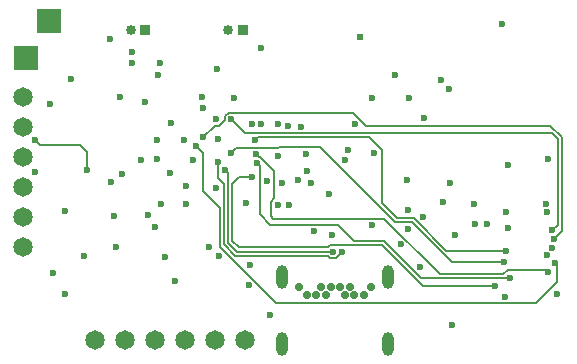
<source format=gbr>
%TF.GenerationSoftware,KiCad,Pcbnew,8.0.8*%
%TF.CreationDate,2025-02-18T00:29:27-08:00*%
%TF.ProjectId,OuterBoard_rev3.1,4f757465-7242-46f6-9172-645f72657633,rev?*%
%TF.SameCoordinates,Original*%
%TF.FileFunction,Copper,L4,Inr*%
%TF.FilePolarity,Positive*%
%FSLAX46Y46*%
G04 Gerber Fmt 4.6, Leading zero omitted, Abs format (unit mm)*
G04 Created by KiCad (PCBNEW 8.0.8) date 2025-02-18 00:29:27*
%MOMM*%
%LPD*%
G01*
G04 APERTURE LIST*
%TA.AperFunction,ComponentPad*%
%ADD10C,1.650000*%
%TD*%
%TA.AperFunction,ComponentPad*%
%ADD11C,0.700000*%
%TD*%
%TA.AperFunction,ComponentPad*%
%ADD12O,1.000000X2.000000*%
%TD*%
%TA.AperFunction,ComponentPad*%
%ADD13R,2.000000X2.000000*%
%TD*%
%TA.AperFunction,ComponentPad*%
%ADD14R,0.850000X0.850000*%
%TD*%
%TA.AperFunction,ComponentPad*%
%ADD15C,0.850000*%
%TD*%
%TA.AperFunction,ViaPad*%
%ADD16C,0.600000*%
%TD*%
%TA.AperFunction,ViaPad*%
%ADD17C,0.609600*%
%TD*%
%TA.AperFunction,Conductor*%
%ADD18C,0.200000*%
%TD*%
G04 APERTURE END LIST*
D10*
%TO.N,GPIO45*%
%TO.C,J2*%
X115620800Y-104013000D03*
%TO.N,GPIO46*%
X118160800Y-104013000D03*
%TO.N,IO21{slash}USER_LED*%
X120700800Y-104013000D03*
%TO.N,D10{slash}A10{slash}MOSI*%
X123240800Y-104013000D03*
%TO.N,D9{slash}A9{slash}MISO*%
X125780800Y-104013000D03*
%TO.N,D8{slash}A8{slash}SCK*%
X128320800Y-104013000D03*
%TD*%
D11*
%TO.N,GND*%
%TO.C,J42*%
X138978400Y-99503000D03*
%TO.N,unconnected-(J42-SSTXP2-PadB2)*%
X138328400Y-100203000D03*
%TO.N,unconnected-(J42-SSTXN2-PadB3)*%
X137528400Y-100203000D03*
%TO.N,+5V*%
X137128400Y-99503000D03*
%TO.N,Net-(J42-CC2)*%
X136728400Y-100203000D03*
%TO.N,USB_DP*%
X136328400Y-99503000D03*
%TO.N,USB_DN*%
X135528400Y-99503000D03*
%TO.N,unconnected-(J42-SBU2-PadB8)*%
X135128400Y-100203000D03*
%TO.N,+5V*%
X134728400Y-99503000D03*
%TO.N,unconnected-(J42-SSRXN1-PadB10)*%
X134328400Y-100203000D03*
%TO.N,unconnected-(J42-SSRXP1-PadB11)*%
X133528400Y-100203000D03*
%TO.N,GND*%
X132878400Y-99503000D03*
D12*
X131428400Y-98703000D03*
X140428400Y-98703000D03*
X131428400Y-104303000D03*
X140428400Y-104303000D03*
%TD*%
D13*
%TO.N,Net-(D1-K)*%
%TO.C,TP1*%
X109728000Y-80137000D03*
%TD*%
D14*
%TO.N,+BATT1*%
%TO.C,J3*%
X119837200Y-77800200D03*
D15*
%TO.N,GNDPWR*%
X118587200Y-77800200D03*
%TD*%
D14*
%TO.N,+BATT2*%
%TO.C,J4*%
X128117600Y-77749400D03*
D15*
%TO.N,GNDPWR*%
X126867600Y-77749400D03*
%TD*%
D13*
%TO.N,Net-(D2-K)*%
%TO.C,TP2*%
X111683800Y-76962000D03*
%TD*%
D10*
%TO.N,GNDPWR*%
%TO.C,J1*%
X109524800Y-96113600D03*
%TO.N,VDC*%
X109524800Y-93573600D03*
%TO.N,D1{slash}A1*%
X109524800Y-91033600D03*
%TO.N,GNDPWR*%
X109524800Y-88493600D03*
%TO.N,VDC*%
X109524800Y-85953600D03*
%TO.N,D0{slash}A0*%
X109524800Y-83413600D03*
%TD*%
D16*
%TO.N,GND*%
X147726400Y-94157800D03*
X114935000Y-89611200D03*
X121132600Y-92504600D03*
X142111489Y-93007223D03*
X121488200Y-97002600D03*
X145669000Y-90678000D03*
X154263252Y-96239441D03*
X123910000Y-88790000D03*
X120802400Y-88646600D03*
X110540800Y-87096600D03*
X150320000Y-100336400D03*
X145084800Y-92284600D03*
X150571200Y-89230200D03*
X113030000Y-93116400D03*
X128730000Y-97690000D03*
X142028800Y-90476900D03*
X147650200Y-92456000D03*
D17*
X137980000Y-78380000D03*
D16*
X117889684Y-89981291D03*
X123266200Y-92532200D03*
X131069477Y-88457575D03*
X111749000Y-84037600D03*
X139238800Y-88206400D03*
X122047000Y-85648800D03*
X128652394Y-99384806D03*
X114681000Y-96926400D03*
X125196600Y-96164400D03*
X122351800Y-99034600D03*
X135661400Y-95097600D03*
X139065000Y-83540600D03*
X117201071Y-93477539D03*
X145770600Y-102743000D03*
X121943122Y-89829707D03*
X142189200Y-83540600D03*
X150012400Y-77241400D03*
%TO.N,VCC*%
X120954800Y-81538800D03*
%TO.N,+2V8*%
X143408400Y-85242400D03*
X141452600Y-95885000D03*
%TO.N,VDC*%
X117396700Y-96139000D03*
X113004600Y-100152200D03*
X121107200Y-80568800D03*
X118688700Y-79618800D03*
%TO.N,Net-(D7-K)*%
X154686000Y-100101400D03*
%TO.N,+3.3V*%
X140944600Y-81584800D03*
X123266200Y-90954600D03*
X126100000Y-96920000D03*
X120802400Y-87096600D03*
X146098900Y-95123000D03*
X111988600Y-98348800D03*
X144909600Y-81965800D03*
X142087600Y-94589600D03*
X119483800Y-88793400D03*
X123153000Y-87031400D03*
X133527800Y-89662000D03*
X110515400Y-89814400D03*
X143078200Y-97866200D03*
%TO.N,+1V8*%
X153847800Y-93192600D03*
X120700800Y-94411800D03*
%TO.N,Net-(C38-Pad1)*%
X133444702Y-88239600D03*
%TO.N,+5V*%
X130429000Y-101879400D03*
%TO.N,IO21{slash}USER_LED*%
X125830000Y-85308799D03*
%TO.N,Net-(FB1-Pad2)*%
X153949400Y-88722200D03*
%TO.N,USB_DP*%
X135712200Y-96520000D03*
X126586400Y-89603665D03*
%TO.N,USB_DN*%
X136525000Y-96570800D03*
X125984000Y-88900000D03*
%TO.N,MTCK{slash}IO39{slash}CAM_SCL*%
X139013899Y-94285101D03*
X143370000Y-93550000D03*
%TO.N,IO38{slash}DVP_VSYNC*%
X133858000Y-90728800D03*
X153725086Y-92450272D03*
%TO.N,Net-(J10-Pad8)*%
X148742400Y-94183200D03*
%TO.N,IO47{slash}DVP_HREF*%
X131987500Y-92597090D03*
X150342600Y-93141800D03*
%TO.N,IO48{slash}DVP_Y9*%
X131054076Y-92574211D03*
X150520400Y-94564200D03*
%TO.N,IO10{slash}XMCLK*%
X127127615Y-85308799D03*
X154300000Y-94700000D03*
%TO.N,IO11{slash}DVP_Y8*%
X124715600Y-86848296D03*
X154440000Y-95490000D03*
%TO.N,IO12{slash}DVP_Y7*%
X153810000Y-96840000D03*
X125984000Y-87020400D03*
%TO.N,IO13{slash}DVP_PCLK*%
X129164567Y-87102167D03*
X150418800Y-96443800D03*
%TO.N,IO14{slash}DVP_Y6*%
X154514600Y-97455000D03*
X124160450Y-87606201D03*
%TO.N,IO15{slash}DVP_Y2*%
X127076200Y-88206000D03*
X150215600Y-97434400D03*
%TO.N,IO16{slash}DVP_Y5*%
X153970000Y-98240000D03*
X129235200Y-88288500D03*
%TO.N,IO17{slash}DVP_Y3*%
X129330301Y-89044545D03*
X150710000Y-98792400D03*
%TO.N,IO18{slash}DVP_Y4*%
X149450000Y-99441000D03*
X128839742Y-90170878D03*
%TO.N,CHIP_EN*%
X133030300Y-85939200D03*
X137591800Y-85725000D03*
%TO.N,BNO_INT*%
X120091200Y-93421200D03*
X125933200Y-81049800D03*
%TO.N,D1{slash}A1*%
X131108400Y-85750400D03*
%TO.N,D0{slash}A0*%
X129592400Y-79324200D03*
%TO.N,GPIO0*%
X131953000Y-85928200D03*
X145592800Y-82753200D03*
%TO.N,BNO_RST*%
X116967000Y-90601800D03*
X124661600Y-83439000D03*
%TO.N,D8{slash}A8{slash}SCK*%
X129641600Y-85750400D03*
%TO.N,D9{slash}A9{slash}MISO*%
X128843704Y-85733896D03*
%TO.N,D10{slash}A10{slash}MOSI*%
X124714000Y-84404200D03*
%TO.N,VDD_SPI*%
X125830000Y-91135200D03*
%TO.N,SPIHD*%
X128357314Y-92410849D03*
%TO.N,SPIWP*%
X134162800Y-94818200D03*
%TO.N,SPICS0*%
X135432900Y-91643200D03*
%TO.N,SPICLK*%
X130149600Y-90576400D03*
%TO.N,SPIQ*%
X132791200Y-90500200D03*
%TO.N,SPID*%
X131445000Y-90754200D03*
%TO.N,GNDPWR*%
X118688700Y-80568800D03*
X117668297Y-83398103D03*
X127345704Y-83494601D03*
X113583130Y-81940400D03*
X119820552Y-83885375D03*
X116890800Y-78536800D03*
%TO.N,GPIO45*%
X136753600Y-88773000D03*
%TO.N,GPIO46*%
X136982200Y-87884000D03*
%TD*%
D18*
%TO.N,GND*%
X110921800Y-87477600D02*
X110540800Y-87096600D01*
X114325400Y-87477600D02*
X110921800Y-87477600D01*
X114935000Y-89611200D02*
X114935000Y-88087200D01*
X114935000Y-88087200D02*
X114325400Y-87477600D01*
%TO.N,USB_DP*%
X126847600Y-89864865D02*
X126847600Y-95758000D01*
X127609600Y-96520000D02*
X135712200Y-96520000D01*
X126847600Y-95758000D02*
X127609600Y-96520000D01*
X126586400Y-89603665D02*
X126847600Y-89864865D01*
%TO.N,USB_DN*%
X126495200Y-90780000D02*
X125984000Y-90268800D01*
X135276600Y-96872400D02*
X127463631Y-96872400D01*
X126495200Y-95903969D02*
X126495200Y-90780000D01*
X136018600Y-97077200D02*
X135481400Y-97077200D01*
X127463631Y-96872400D02*
X126495200Y-95903969D01*
X135481400Y-97077200D02*
X135276600Y-96872400D01*
X136525000Y-96570800D02*
X136018600Y-97077200D01*
X125984000Y-90268800D02*
X125984000Y-88900000D01*
%TO.N,IO10{slash}XMCLK*%
X154300000Y-94700000D02*
X154762200Y-94237800D01*
X128315216Y-86496400D02*
X127127615Y-85308799D01*
X154762200Y-86995000D02*
X154263600Y-86496400D01*
X154762200Y-94237800D02*
X154762200Y-86995000D01*
X154263600Y-86496400D02*
X128315216Y-86496400D01*
%TO.N,IO11{slash}DVP_Y8*%
X155114600Y-94815400D02*
X155114600Y-86849032D01*
X126060800Y-85865999D02*
X125697897Y-85865999D01*
X126570415Y-85356384D02*
X126060800Y-85865999D01*
X154440000Y-95490000D02*
X155114600Y-94815400D01*
X126570415Y-85077999D02*
X126570415Y-85356384D01*
X126896815Y-84751599D02*
X126570415Y-85077999D01*
X155114600Y-86849032D02*
X154142968Y-85877400D01*
X154142968Y-85877400D02*
X138532200Y-85877400D01*
X125697897Y-85865999D02*
X124715600Y-86848296D01*
X138532200Y-85877400D02*
X137406399Y-84751599D01*
X137406399Y-84751599D02*
X126896815Y-84751599D01*
%TO.N,IO13{slash}DVP_PCLK*%
X139841200Y-92378232D02*
X141142968Y-93680000D01*
X129417934Y-86848800D02*
X138741000Y-86848800D01*
X139841200Y-87949000D02*
X139841200Y-92378232D01*
X138741000Y-86848800D02*
X139841200Y-87949000D01*
X142565369Y-93680000D02*
X145329169Y-96443800D01*
X141142968Y-93680000D02*
X142565369Y-93680000D01*
X145329169Y-96443800D02*
X150418800Y-96443800D01*
X129164567Y-87102167D02*
X129417934Y-86848800D01*
%TO.N,IO14{slash}DVP_Y6*%
X154690000Y-97630000D02*
X154690000Y-99090000D01*
X154515000Y-97455000D02*
X154690000Y-97630000D01*
X124715600Y-88161351D02*
X124160450Y-87606201D01*
X154514600Y-97455000D02*
X154515000Y-97455000D01*
X124715600Y-91416200D02*
X124715600Y-88161351D01*
X154690000Y-99090000D02*
X152891200Y-100888800D01*
X126142800Y-96094000D02*
X126142800Y-92843400D01*
X152891200Y-100888800D02*
X130937600Y-100888800D01*
X130937600Y-100888800D02*
X126142800Y-96094000D01*
X126142800Y-92843400D02*
X124715600Y-91416200D01*
%TO.N,IO15{slash}DVP_Y2*%
X130377900Y-87731300D02*
X130378200Y-87731600D01*
X140997000Y-94032400D02*
X142419400Y-94032400D01*
X127076200Y-88206000D02*
X127550900Y-87731300D01*
X131163400Y-87682400D02*
X134647000Y-87682400D01*
X130378200Y-87731600D02*
X131114200Y-87731600D01*
X131114200Y-87731600D02*
X131163400Y-87682400D01*
X145821400Y-97434400D02*
X150215600Y-97434400D01*
X127550900Y-87731300D02*
X130377900Y-87731300D01*
X142419400Y-94032400D02*
X145821400Y-97434400D01*
X134647000Y-87682400D02*
X140997000Y-94032400D01*
%TO.N,IO16{slash}DVP_Y5*%
X130684901Y-93727901D02*
X130451676Y-93494676D01*
X130752000Y-89654800D02*
X129573334Y-88476134D01*
X130451676Y-92324688D02*
X130752000Y-92024364D01*
X150161000Y-98428200D02*
X144783800Y-98428200D01*
X130752000Y-92024364D02*
X130752000Y-89654800D01*
X150543600Y-98045600D02*
X150161000Y-98428200D01*
X140083501Y-93727901D02*
X130684901Y-93727901D01*
X129422834Y-88476134D02*
X129235200Y-88288500D01*
X153970000Y-98240000D02*
X153775600Y-98045600D01*
X130451676Y-93494676D02*
X130451676Y-92324688D01*
X129573334Y-88476134D02*
X129422834Y-88476134D01*
X153775600Y-98045600D02*
X150543600Y-98045600D01*
X144783800Y-98428200D02*
X140083501Y-93727901D01*
%TO.N,IO17{slash}DVP_Y3*%
X150698200Y-98780600D02*
X143195569Y-98780600D01*
X129547200Y-89261444D02*
X129330301Y-89044545D01*
X136120200Y-94261000D02*
X130430600Y-94261000D01*
X129547200Y-93377600D02*
X129547200Y-89261444D01*
X150710000Y-98792400D02*
X150698200Y-98780600D01*
X137469600Y-95610400D02*
X136120200Y-94261000D01*
X130430600Y-94261000D02*
X129547200Y-93377600D01*
X140025369Y-95610400D02*
X137469600Y-95610400D01*
X143195569Y-98780600D02*
X140025369Y-95610400D01*
%TO.N,IO18{slash}DVP_Y4*%
X135481400Y-95962800D02*
X135276600Y-96167600D01*
X139879400Y-95962800D02*
X135481400Y-95962800D01*
X127755568Y-96167600D02*
X127200000Y-95612032D01*
X127200000Y-90782800D02*
X127811922Y-90170878D01*
X143357600Y-99441000D02*
X139879400Y-95962800D01*
X127200000Y-95612032D02*
X127200000Y-90782800D01*
X135276600Y-96167600D02*
X127755568Y-96167600D01*
X127811922Y-90170878D02*
X128839742Y-90170878D01*
X149450000Y-99441000D02*
X143357600Y-99441000D01*
%TD*%
M02*

</source>
